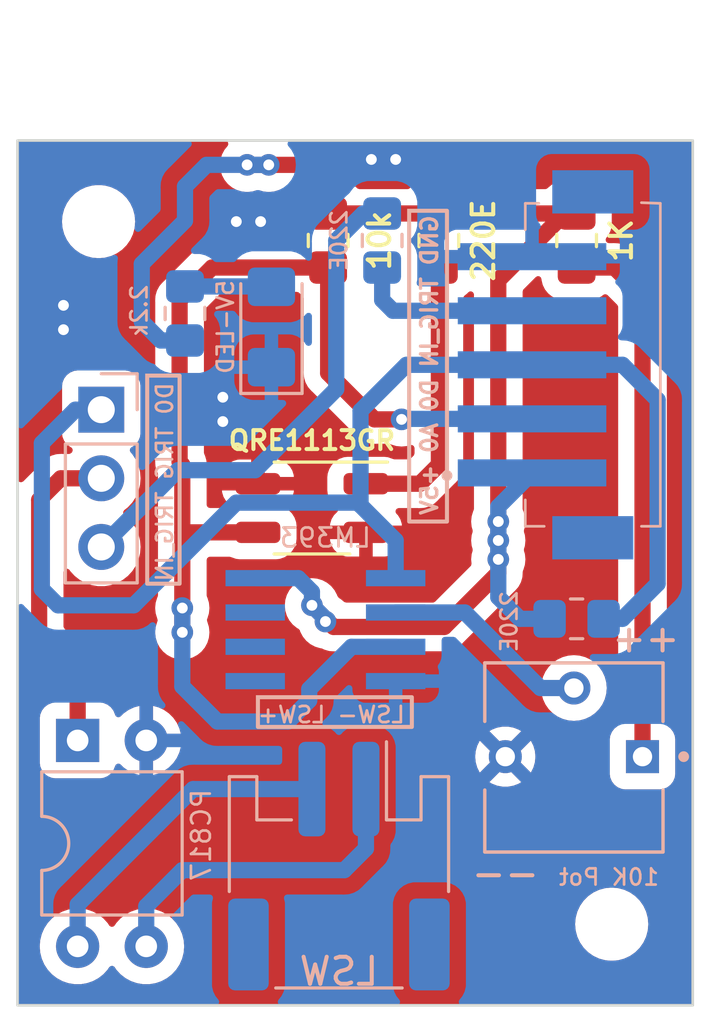
<source format=kicad_pcb>
(kicad_pcb (version 20221018) (generator pcbnew)
  (layers (0 "F.Cu" signal) (31 "B.Cu" signal) (34 "B.Paste" user) (35 "F.Paste" user) (36 "B.SilkS" user "B.Silkscreen") (37 "F.SilkS" user "F.Silkscreen") (38 "B.Mask" user) (39 "F.Mask" user) (44 "Edge.Cuts" user))
  (net 0 "")
  (net 1 "GND")
  (net 2 "Net-(D1-A)")
  (net 3 "+5V")
  (net 4 "A0")
  (net 5 "D0")
  (net 6 "TRIG_IN")
  (net 7 "TRIG")
  (net 8 "Net-(J1-Pin_4)")
  (net 9 "LSW-")
  (net 10 "Net-(U1-A)")
  (net 11 "Net-(RMOS4-Pad1)")
  (net 12 "Net-(U3A--)")
  (net 16 "LSW+")
  (footprint "Resistor_SMD:R_0805_2012Metric_Pad1.20x1.40mm_HandSolder" (layer "F.Cu") (at 128.95 76.3 90)
    (fp_text reference "RMOS3" hide)
    (fp_text value "10k" (at 0 1.9 90) (layer "F.SilkS") (effects (font (size 0.8 0.8))))
    (fp_line (start -0.227064 -0.735) (end 0.227064 -0.735) (stroke (width 0.12)) (layer "F.SilkS"))
    (fp_line (start -0.227064 0.735) (end 0.227064 0.735) (stroke (width 0.12)) (layer "F.SilkS"))
    (pad "1" smd roundrect (at -1 0 90) (size 1.2 1.4) (layers "F.Cu" "F.Paste" "F.Mask") (roundrect_rratio 0.2083333333) (net 4 "A0"))
    (pad "2" smd roundrect (at 1 0 90) (size 1.2 1.4) (layers "F.Cu" "F.Paste" "F.Mask") (roundrect_rratio 0.2083333333) (net 3 "+5V"))
  )
  (footprint "MountingHole:MountingHole_2.2mm_M2" (layer "F.Cu") (at 139.45 101.6)
    (fp_text reference "H1" hide)
    (fp_text value "MountingHole" hide)
    (pad "" np_thru_hole circle (at 0 0) (size 2.2 2.2) (drill 2.2) (layers "*.Cu" "*.Mask"))
  )
  (footprint "Resistor_SMD:R_0805_2012Metric_Pad1.20x1.40mm_HandSolder" (layer "F.Cu") (at 133.05 76.3 90)
    (fp_text reference "RMOS2" hide)
    (fp_text value "220E" (at 0 1.65 90) (layer "F.SilkS") (effects (font (size 0.8 0.8))))
    (fp_line (start -0.227064 -0.735) (end 0.227064 -0.735) (stroke (width 0.12)) (layer "F.SilkS"))
    (fp_line (start -0.227064 0.735) (end 0.227064 0.735) (stroke (width 0.12)) (layer "F.SilkS"))
    (pad "1" smd roundrect (at -1 0 90) (size 1.2 1.4) (layers "F.Cu" "F.Paste" "F.Mask") (roundrect_rratio 0.2083333333) (net 10 "Net-(U1-A)"))
    (pad "2" smd roundrect (at 1 0 90) (size 1.2 1.4) (layers "F.Cu" "F.Paste" "F.Mask") (roundrect_rratio 0.2083333333) (net 3 "+5V"))
  )
  (footprint "OptoDevice:OnSemi_CASE100CY" (layer "F.Cu") (at 128.35 86.2 -90)
    (fp_text reference "U1" hide)
    (fp_text value "QRE1113GR" (at -2.5 0 180) (layer "F.SilkS") (effects (font (size 0.7 0.7) (thickness 0.15) bold)))
    (fp_line (start -1.7 1.4) (end -1.7 -2.8) (stroke (width 0.12)) (layer "F.SilkS"))
    (fp_line (start 1.7 1.4) (end 1.7 -1.4) (stroke (width 0.12)) (layer "F.SilkS"))
    (pad "1" smd roundrect (at -0.9 -2 270) (size 0.79 1.66) (layers "F.Cu" "F.Paste" "F.Mask") (net 10 "Net-(U1-A)"))
    (pad "2" smd roundrect (at -0.9 2 270) (size 0.79 1.66) (layers "F.Cu" "F.Paste" "F.Mask") (net 1 "GND"))
    (pad "3" smd roundrect (at 0.9 2 270) (size 0.79 1.66) (layers "F.Cu" "F.Paste" "F.Mask") (net 4 "A0"))
    (pad "4" smd roundrect (at 0.9 -2 270) (size 0.79 1.66) (layers "F.Cu" "F.Paste" "F.Mask") (net 1 "GND"))
  )
  (footprint "MountingHole:MountingHole_2.2mm_M2" (layer "F.Cu") (at 120.45 75.6)
    (fp_text reference "H2" hide)
    (fp_text value "MountingHole" hide)
    (pad "" np_thru_hole circle (at 0 0) (size 2.2 2.2) (drill 2.2) (layers "*.Cu" "*.Mask"))
  )
  (footprint "Resistor_SMD:R_0805_2012Metric_Pad1.20x1.40mm_HandSolder" (layer "F.Cu") (at 138.15 76.3 90)
    (fp_text reference "RMOS4" hide)
    (fp_text value "1K" (at 0 1.65 90) (layer "F.SilkS") (effects (font (size 0.8 0.8))))
    (fp_line (start -0.227064 -0.735) (end 0.227064 -0.735) (stroke (width 0.12)) (layer "F.SilkS"))
    (fp_line (start -0.227064 0.735) (end 0.227064 0.735) (stroke (width 0.12)) (layer "F.SilkS"))
    (pad "1" smd roundrect (at -1 0 90) (size 1.2 1.4) (layers "F.Cu" "F.Paste" "F.Mask") (roundrect_rratio 0.2083333333) (net 11 "Net-(RMOS4-Pad1)"))
    (pad "2" smd roundrect (at 1 0 90) (size 1.2 1.4) (layers "F.Cu" "F.Paste" "F.Mask") (roundrect_rratio 0.2083333333) (net 3 "+5V"))
  )
  (footprint "Resistor_SMD:R_0805_2012Metric_Pad1.20x1.40mm_HandSolder" (layer "B.Cu") (at 123.65 79 -90)
    (fp_text reference "R1" hide)
    (fp_text value "2.2k" (at -0.1 1.7 90) (layer "B.SilkS") (effects (font (size 0.6 0.6) (thickness 0.1) bold) (justify mirror)))
    (fp_line (start -0.227064 -0.735) (end 0.227064 -0.735) (stroke (width 0.12)) (layer "B.SilkS"))
    (fp_line (start -0.227064 0.735) (end 0.227064 0.735) (stroke (width 0.12)) (layer "B.SilkS"))
    (pad "1" smd roundrect (at -1 0 270) (size 1.2 1.4) (layers "B.Cu" "B.Paste" "B.Mask") (roundrect_rratio 0.2083333333) (net 2 "Net-(D1-A)"))
    (pad "2" smd roundrect (at 1 0 270) (size 1.2 1.4) (layers "B.Cu" "B.Paste" "B.Mask") (roundrect_rratio 0.2083333333) (net 3 "+5V"))
  )
  (footprint "Connector_JST:JST_PH_S2B-PH-SM4-TB_1x02-1MP_P2.00mm_Horizontal" (layer "B.Cu") (at 129.35 99.45 180)
    (fp_text reference "J3" hide)
    (fp_text value "LSW" (at 0 -3.9) (layer "B.SilkS") (effects (justify mirror)))
    (fp_line (start -4.06 -0.94) (end -4.06 3.31) (stroke (width 0.12)) (layer "B.SilkS"))
    (fp_line (start -4.06 3.31) (end -3.04 3.31) (stroke (width 0.12)) (layer "B.SilkS"))
    (fp_line (start -3.04 1.71) (end -1.76 1.71) (stroke (width 0.12)) (layer "B.SilkS"))
    (fp_line (start -3.04 3.31) (end -3.04 1.71) (stroke (width 0.12)) (layer "B.SilkS"))
    (fp_line (start -2.34 -4.51) (end 2.34 -4.51) (stroke (width 0.12)) (layer "B.SilkS"))
    (fp_line (start -1.76 1.71) (end -1.76 4.6) (stroke (width 0.12)) (layer "B.SilkS"))
    (fp_line (start 3.04 1.71) (end 1.76 1.71) (stroke (width 0.12)) (layer "B.SilkS"))
    (fp_line (start 3.04 3.31) (end 3.04 1.71) (stroke (width 0.12)) (layer "B.SilkS"))
    (fp_line (start 4.06 -0.94) (end 4.06 3.31) (stroke (width 0.12)) (layer "B.SilkS"))
    (fp_line (start 4.06 3.31) (end 3.04 3.31) (stroke (width 0.12)) (layer "B.SilkS"))
    (pad "1" smd roundrect (at -1 2.85 180) (size 1 3.5) (layers "B.Cu" "B.Paste" "B.Mask") (net 9 "LSW-"))
    (pad "2" smd roundrect (at 1 2.85 180) (size 1 3.5) (layers "B.Cu" "B.Paste" "B.Mask") (net 16 "LSW+"))
    (pad "MP" smd roundrect (at -3.35 -2.9 180) (size 1.5 3.4) (layers "B.Cu" "B.Paste" "B.Mask") (roundrect_rratio 0.1666673333))
    (pad "MP" smd roundrect (at 3.35 -2.9 180) (size 1.5 3.4) (layers "B.Cu" "B.Paste" "B.Mask") (roundrect_rratio 0.1666673333))
  )
  (footprint "LM393:SO08" (layer "B.Cu") (at 128.85 90.7 -90)
    (fp_text reference "U3" hide)
    (fp_text value "LM393" (at -3.4 0 180) (layer "B.SilkS") (effects (font (size 0.7 0.7) (thickness 0.1)) (justify mirror)))
    (pad "1" smd rect (at -1.905 -2.6 270) (size 0.6 2.2) (layers "B.Cu" "B.Paste" "B.Mask") (net 5 "D0"))
    (pad "2" smd rect (at -0.635 -2.6 270) (size 0.6 2.2) (layers "B.Cu" "B.Paste" "B.Mask") (net 12 "Net-(U3A--)"))
    (pad "3" smd rect (at 0.635 -2.6 270) (size 0.6 2.2) (layers "B.Cu" "B.Paste" "B.Mask") (net 4 "A0"))
    (pad "4" smd rect (at 1.905 -2.6 270) (size 0.6 2.2) (layers "B.Cu" "B.Paste" "B.Mask") (net 1 "GND"))
    (pad "5" smd rect (at 1.905 2.6 270) (size 0.6 2.2) (layers "B.Cu" "B.Paste" "B.Mask"))
    (pad "6" smd rect (at 0.635 2.6 270) (size 0.6 2.2) (layers "B.Cu" "B.Paste" "B.Mask"))
    (pad "7" smd rect (at -0.635 2.6 270) (size 0.6 2.2) (layers "B.Cu" "B.Paste" "B.Mask"))
    (pad "8" smd rect (at -1.905 2.6 270) (size 0.6 2.2) (layers "B.Cu" "B.Paste" "B.Mask") (net 3 "+5V"))
  )
  (footprint "LED_SMD:LED_1206_3216Metric_Pad1.42x1.75mm_HandSolder" (layer "B.Cu") (at 126.85 79.5 90)
    (fp_text reference "D1" hide)
    (fp_text value "5V-LED" (at 0 -1.7 90) (layer "B.SilkS") (effects (font (size 0.6 0.6) (thickness 0.1) bold) (justify mirror)))
    (fp_line (start -2.46 -1.135) (end 1.6 -1.135) (stroke (width 0.12)) (layer "B.SilkS"))
    (fp_line (start -2.46 1.135) (end -2.46 -1.135) (stroke (width 0.12)) (layer "B.SilkS"))
    (fp_line (start 1.6 1.135) (end -2.46 1.135) (stroke (width 0.12)) (layer "B.SilkS"))
    (pad "1" smd roundrect (at -1.4875 0 90) (size 1.425 1.75) (layers "B.Cu" "B.Paste" "B.Mask") (roundrect_rratio 0.1754392982) (net 1 "GND"))
    (pad "2" smd roundrect (at 1.4875 0 90) (size 1.425 1.75) (layers "B.Cu" "B.Paste" "B.Mask") (roundrect_rratio 0.1754392982) (net 2 "Net-(D1-A)"))
  )
  (footprint "Connector_PinHeader_2.54mm:PinHeader_1x03_P2.54mm_Vertical" (layer "B.Cu") (at 120.55 82.56 180)
    (fp_text reference "J2" hide)
    (fp_text value "Jumper" hide)
    (fp_line (start -1.33 -6.41) (end 1.33 -6.41) (stroke (width 0.12)) (layer "B.SilkS"))
    (fp_line (start -1.33 -1.27) (end -1.33 -6.41) (stroke (width 0.12)) (layer "B.SilkS"))
    (fp_line (start -1.33 -1.27) (end 1.33 -1.27) (stroke (width 0.12)) (layer "B.SilkS"))
    (fp_line (start -1.33 0) (end -1.33 1.33) (stroke (width 0.12)) (layer "B.SilkS"))
    (fp_line (start -1.33 1.33) (end 0 1.33) (stroke (width 0.12)) (layer "B.SilkS"))
    (fp_line (start 1.33 -1.27) (end 1.33 -6.41) (stroke (width 0.12)) (layer "B.SilkS"))
    (pad "1" thru_hole rect (at 0 0 180) (size 1.7 1.7) (drill 1) (layers "*.Cu" "*.Mask") (net 5 "D0"))
    (pad "2" thru_hole oval (at 0 -2.54 180) (size 1.7 1.7) (drill 1) (layers "*.Cu" "*.Mask") (net 7 "TRIG"))
    (pad "3" thru_hole oval (at 0 -5.08 180) (size 1.7 1.7) (drill 1) (layers "*.Cu" "*.Mask") (net 6 "TRIG_IN"))
  )
  (footprint "10K TrimPot:TRIM_3362P-1-151" (layer "B.Cu") (at 138.05 95.4 180)
    (fp_text reference "RV1" hide)
    (fp_text value "10K Pot" (at -1.3 -4.46) (layer "B.SilkS") (effects (font (size 0.6 0.6) (thickness 0.1) bold) (justify mirror)))
    (fp_line (start -3.3 -3.52) (end -3.3 -1.235) (stroke (width 0.127)) (layer "B.SilkS"))
    (fp_line (start -3.3 1.305) (end -3.3 3.47) (stroke (width 0.127)) (layer "B.SilkS"))
    (fp_line (start -3.3 3.47) (end 3.3 3.47) (stroke (width 0.127)) (layer "B.SilkS"))
    (fp_line (start 3.3 -3.53) (end -3.3 -3.53) (stroke (width 0.127)) (layer "B.SilkS"))
    (fp_line (start 3.3 -1.235) (end 3.3 -3.52) (stroke (width 0.127)) (layer "B.SilkS"))
    (fp_line (start 3.3 3.47) (end 3.3 1.305) (stroke (width 0.127)) (layer "B.SilkS"))
    (fp_circle (center -4.064 0) (end -3.964 0) (stroke (width 0.2)) (fill none) (layer "B.SilkS"))
    (pad "1" thru_hole rect (at -2.54 0 180) (size 1.222 1.222) (drill 0.714) (layers "*.Cu" "*.Mask") (net 11 "Net-(RMOS4-Pad1)"))
    (pad "2" thru_hole circle (at 0 2.54 180) (size 1.222 1.222) (drill 0.714) (layers "*.Cu" "*.Mask") (net 12 "Net-(U3A--)"))
    (pad "3" thru_hole circle (at 2.54 0 180) (size 1.222 1.222) (drill 0.714) (layers "*.Cu" "*.Mask") (net 1 "GND"))
  )
  (footprint "Resistor_SMD:R_0805_2012Metric_Pad1.20x1.40mm_HandSolder" (layer "B.Cu") (at 138.15 90.3 180)
    (fp_text reference "RMOS5" hide)
    (fp_text value "220E" (at 2.5 -0.1 90) (layer "B.SilkS") (effects (font (size 0.6 0.6) (thickness 0.1) bold) (justify mirror)))
    (fp_line (start -0.227064 -0.735) (end 0.227064 -0.735) (stroke (width 0.12)) (layer "B.SilkS"))
    (fp_line (start -0.227064 0.735) (end 0.227064 0.735) (stroke (width 0.12)) (layer "B.SilkS"))
    (pad "1" smd roundrect (at -1 0 180) (size 1.2 1.4) (layers "B.Cu" "B.Paste" "B.Mask") (roundrect_rratio 0.2083333333) (net 5 "D0"))
    (pad "2" smd roundrect (at 1 0 180) (size 1.2 1.4) (layers "B.Cu" "B.Paste" "B.Mask") (roundrect_rratio 0.2083333333) (net 3 "+5V"))
  )
  (footprint "JST 5 Pin SMD:B5BPHSM4TBTLFSN" (layer "B.Cu") (at 138.75 80.9 90)
    (fp_text reference "J1" hide)
    (fp_text value "Connector" hide)
    (fp_line (start -5.975 -2.5) (end -5 -2.5) (stroke (width 0.1)) (layer "B.SilkS"))
    (fp_line (start -5.975 -1.8) (end -5.975 -2.5) (stroke (width 0.1)) (layer "B.SilkS"))
    (fp_line (start -5.975 1.8) (end -5.975 2.5) (stroke (width 0.1)) (layer "B.SilkS"))
    (fp_line (start -5.975 2.5) (end 5.975 2.5) (stroke (width 0.1)) (layer "B.SilkS"))
    (fp_line (start -4.2 -5.4) (end -4.2 -5.4) (stroke (width 0.2)) (layer "B.SilkS"))
    (fp_line (start -4 -5.4) (end -4 -5.4) (stroke (width 0.2)) (layer "B.SilkS"))
    (fp_line (start 5 -2.5) (end 5.975 -2.5) (stroke (width 0.1)) (layer "B.SilkS"))
    (fp_line (start 5.975 -2.5) (end 5.975 -2) (stroke (width 0.1)) (layer "B.SilkS"))
    (fp_line (start 5.975 2.5) (end 6 1.8) (stroke (width 0.1)) (layer "B.SilkS"))
    (fp_arc (start -4.2 -5.4) (mid -4.1 -5.5) (end -4 -5.4) (stroke (width 0.2)) (layer "B.SilkS"))
    (fp_arc (start -4 -5.4) (mid -4.1 -5.3) (end -4.2 -5.4) (stroke (width 0.2)) (layer "B.SilkS"))
    (pad "1" smd rect (at -4 -2.25 90) (size 1 5.5) (layers "B.Cu" "B.Paste" "B.Mask") (net 3 "+5V"))
    (pad "2" smd rect (at -2 -2.25 90) (size 1 5.5) (layers "B.Cu" "B.Paste" "B.Mask") (net 4 "A0"))
    (pad "3" smd rect (at 0 -2.25 90) (size 1 5.5) (layers "B.Cu" "B.Paste" "B.Mask") (net 5 "D0"))
    (pad "4" smd rect (at 2 -2.25 90) (size 1 5.5) (layers "B.Cu" "B.Paste" "B.Mask") (net 8 "Net-(J1-Pin_4)"))
    (pad "5" smd rect (at 4 -2.25 90) (size 1 5.5) (layers "B.Cu" "B.Paste" "B.Mask") (net 1 "GND"))
    (pad "MP1" smd rect (at -6.4 0 90) (size 1.6 3) (layers "B.Cu" "B.Paste" "B.Mask"))
    (pad "MP2" smd rect (at 6.4 0 90) (size 1.6 3) (layers "B.Cu" "B.Paste" "B.Mask"))
  )
  (footprint "Package_DIP:DIP-4_W7.62mm" (layer "B.Cu") (at 119.675 94.8 -90)
    (fp_text reference "U2" hide)
    (fp_text value "PC817" (at 3.5 -4.575 -90) (layer "B.SilkS") (effects (font (size 0.7 0.7) (thickness 0.1) bold) (justify mirror)))
    (fp_line (start 1.16 -3.87) (end 6.46 -3.87) (stroke (width 0.12)) (layer "B.SilkS"))
    (fp_line (start 1.16 1.33) (end 1.16 -3.87) (stroke (width 0.12)) (layer "B.SilkS"))
    (fp_line (start 2.81 1.33) (end 1.16 1.33) (stroke (width 0.12)) (layer "B.SilkS"))
    (fp_line (start 6.46 -3.87) (end 6.46 1.33) (stroke (width 0.12)) (layer "B.SilkS"))
    (fp_line (start 6.46 1.33) (end 4.81 1.33) (stroke (width 0.12)) (layer "B.SilkS"))
    (fp_arc (start 2.81 1.33) (mid 3.81 0.33) (end 4.81 1.33) (stroke (width 0.12)) (layer "B.SilkS"))
    (pad "1" thru_hole rect (at 0 0 270) (size 1.6 1.6) (drill 0.8) (layers "*.Cu" "*.Mask") (net 7 "TRIG"))
    (pad "2" thru_hole oval (at 0 -2.54 270) (size 1.6 1.6) (drill 0.8) (layers "*.Cu" "*.Mask") (net 1 "GND"))
    (pad "3" thru_hole oval (at 7.62 -2.54 270) (size 1.6 1.6) (drill 0.8) (layers "*.Cu" "*.Mask") (net 9 "LSW-"))
    (pad "4" thru_hole oval (at 7.62 0 270) (size 1.6 1.6) (drill 0.8) (layers "*.Cu" "*.Mask") (net 16 "LSW+"))
  )
  (footprint "Resistor_SMD:R_0805_2012Metric_Pad1.20x1.40mm_HandSolder" (layer "B.Cu") (at 130.95 76.3 -90)
    (fp_text reference "RMOS1" hide)
    (fp_text value "220E" (at 0 1.6 90) (layer "B.SilkS") (effects (font (size 0.6 0.6) (thickness 0.1) bold) (justify mirror)))
    (fp_line (start -0.227064 -0.735) (end 0.227064 -0.735) (stroke (width 0.12)) (layer "B.SilkS"))
    (fp_line (start -0.227064 0.735) (end 0.227064 0.735) (stroke (width 0.12)) (layer "B.SilkS"))
    (pad "1" smd roundrect (at -1 0 270) (size 1.2 1.4) (layers "B.Cu" "B.Paste" "B.Mask") (roundrect_rratio 0.2083333333) (net 6 "TRIG_IN"))
    (pad "2" smd roundrect (at 1 0 270) (size 1.2 1.4) (layers "B.Cu" "B.Paste" "B.Mask") (roundrect_rratio 0.2083333333) (net 8 "Net-(J1-Pin_4)"))
  )
  (gr_rect (start 122.25 81.3) (end 123.45 89) (stroke (width 0.15)) (fill none) (layer "B.SilkS"))
  (gr_rect (start 126.35 93.2) (end 132.05 94.3) (stroke (width 0.15)) (fill none) (layer "B.SilkS"))
  (gr_rect (start 131.95 75.2) (end 133.35 86.7) (stroke (width 0.15)) (fill none) (layer "B.SilkS"))
  (gr_rect (start 117.45 72.6) (end 142.45 104.6) (stroke (width 0.1)) (fill none) (layer "Edge.Cuts"))
  (gr_text "GND TRIG_IN D0 A0 +5V" (at 133.05 75.3 90) (layer "B.SilkS") (effects (font (size 0.6 0.6) (thickness 0.125) bold) (justify left bottom mirror)))
  (gr_text "D0 TRIG TRIG_IN" (at 123.25 81.5 90) (layer "B.SilkS") (effects (font (size 0.6 0.6) (thickness 0.1) bold) (justify left bottom mirror)))
  (gr_text "++" (at 142.05 91.6) (layer "B.SilkS") (effects (font (size 1 1)) (justify left bottom mirror)))
  (gr_text "LSW- LSW+" (at 131.85 94.2) (layer "B.SilkS") (effects (font (size 0.6 0.6) (thickness 0.1) bold) (justify left bottom mirror)))
  (gr_text "--" (at 136.85 100.3) (layer "B.SilkS") (effects (font (size 1 1)) (justify left bottom mirror)))
  (via (at 125.05 83) (size 0.8) (drill 0.4) (layers "F.Cu" "B.Cu") (net 1))
  (via (at 125.55 75.6) (size 0.8) (drill 0.4) (layers "F.Cu" "B.Cu") (net 1))
  (via (at 125.05 82.1) (size 0.8) (drill 0.4) (layers "F.Cu" "B.Cu") (net 1))
  (via (at 131.45 73.3) (size 0.8) (drill 0.4) (layers "F.Cu" "B.Cu") (net 1))
  (via (at 119.15 78.7) (size 0.8) (drill 0.4) (layers "F.Cu" "B.Cu") (net 1))
  (via (at 130.55 73.3) (size 0.8) (drill 0.4) (layers "F.Cu" "B.Cu") (net 1))
  (via (at 119.15 79.6) (size 0.8) (drill 0.4) (layers "F.Cu" "B.Cu") (net 1))
  (via (at 126.45 75.6) (size 0.8) (drill 0.4) (layers "F.Cu" "B.Cu") (net 1))
  (segment (start 123.65 78) (end 126.8375 78) (width 0.6) (layer "B.Cu") (net 2))
  (segment (start 126.8375 78) (end 126.85 78.0125) (width 0.6) (layer "B.Cu") (net 2))
  (segment (start 138.15 75.3) (end 137.716726 75.3) (width 0.6) (layer "F.Cu") (net 3))
  (segment (start 133.25 90.6) (end 135.25 88.6) (width 0.6) (layer "F.Cu") (net 3))
  (segment (start 128.950002 90.4) (end 129.150002 90.6) (width 0.6) (layer "F.Cu") (net 3))
  (segment (start 137.716726 75.3) (end 135.25 77.766726) (width 0.6) (layer "F.Cu") (net 3))
  (segment (start 125.95 73.5) (end 128.05 73.5) (width 0.6) (layer "F.Cu") (net 3))
  (segment (start 128.350002 89.8) (end 128.85 90.299998) (width 0.6) (layer "F.Cu") (net 3))
  (segment (start 133.05 75.3) (end 138.15 75.3) (width 0.6) (layer "F.Cu") (net 3))
  (segment (start 128.95 74.4) (end 128.95 75.3) (width 0.6) (layer "F.Cu") (net 3))
  (segment (start 135.25 88.6) (end 135.25 86.7) (width 0.6) (layer "F.Cu") (net 3))
  (segment (start 128.85 90.4) (end 128.950002 90.4) (width 0.6) (layer "F.Cu") (net 3))
  (segment (start 128.95 75.3) (end 133.05 75.3) (width 0.6) (layer "F.Cu") (net 3))
  (segment (start 135.25 86.7) (end 135.25 88.1) (width 0.6) (layer "F.Cu") (net 3))
  (segment (start 135.25 77.766726) (end 135.25 87.7) (width 0.6) (layer "F.Cu") (net 3))
  (segment (start 128.85 90.299998) (end 128.85 90.4) (width 0.6) (layer "F.Cu") (net 3))
  (segment (start 128.05 73.5) (end 128.95 74.4) (width 0.6) (layer "F.Cu") (net 3))
  (segment (start 129.150002 90.6) (end 133.25 90.6) (width 0.6) (layer "F.Cu") (net 3))
  (via (at 128.85 90.4) (size 0.8) (drill 0.4) (layers "F.Cu" "B.Cu") (net 3))
  (via (at 135.25 87.4) (size 0.8) (drill 0.4) (layers "F.Cu" "B.Cu") (net 3))
  (via (at 135.25 88.1) (size 0.8) (drill 0.4) (layers "F.Cu" "B.Cu") (net 3))
  (via (at 125.95 73.5) (size 0.8) (drill 0.4) (layers "F.Cu" "B.Cu") (net 3))
  (via (at 135.25 86.7) (size 0.8) (drill 0.4) (layers "F.Cu" "B.Cu") (net 3))
  (via (at 128.350002 89.8) (size 0.8) (drill 0.4) (layers "F.Cu" "B.Cu") (net 3))
  (via (at 126.75 73.5) (size 0.8) (drill 0.4) (layers "F.Cu" "B.Cu") (net 3))
  (segment (start 136.5 84.9) (end 135.25 86.15) (width 0.6) (layer "B.Cu") (net 3))
  (segment (start 126.75 73.5) (end 124.45 73.5) (width 0.6) (layer "B.Cu") (net 3))
  (segment (start 122.05 77.166726) (end 122.05 79.3) (width 0.6) (layer "B.Cu") (net 3))
  (segment (start 122.05 79.3) (end 122.75 80) (width 0.6) (layer "B.Cu") (net 3))
  (segment (start 135.25 89.5) (end 136.05 90.3) (width 0.6) (layer "B.Cu") (net 3))
  (segment (start 136.05 90.3) (end 137.15 90.3) (width 0.6) (layer "B.Cu") (net 3))
  (segment (start 135.25 86.7) (end 135.25 87.4) (width 0.6) (layer "B.Cu") (net 3))
  (segment (start 123.65 74.3) (end 123.65 75.566726) (width 0.6) (layer "B.Cu") (net 3))
  (segment (start 128.350002 89.300002) (end 127.845 88.795) (width 0.6) (layer "B.Cu") (net 3))
  (segment (start 122.75 80) (end 123.65 80) (width 0.6) (layer "B.Cu") (net 3))
  (segment (start 128.350002 89.8) (end 128.350002 89.300002) (width 0.6) (layer "B.Cu") (net 3))
  (segment (start 135.25 86.15) (end 135.25 86.7) (width 0.6) (layer "B.Cu") (net 3))
  (segment (start 135.25 86.7) (end 135.25 89.5) (width 0.6) (layer "B.Cu") (net 3))
  (segment (start 135.25 87.4) (end 135.25 88.1) (width 0.6) (layer "B.Cu") (net 3))
  (segment (start 126.75 73.5) (end 125.95 73.5) (width 0.6) (layer "B.Cu") (net 3))
  (segment (start 123.65 75.566726) (end 122.05 77.166726) (width 0.6) (layer "B.Cu") (net 3))
  (segment (start 128.900001 90.349999) (end 128.350002 89.8) (width 0.6) (layer "B.Cu") (net 3))
  (segment (start 124.45 73.5) (end 123.65 74.3) (width 0.6) (layer "B.Cu") (net 3))
  (segment (start 127.845 88.795) (end 126.25 88.795) (width 0.6) (layer "B.Cu") (net 3))
  (segment (start 123.55 89.9) (end 123.55 87.1) (width 0.6) (layer "F.Cu") (net 4))
  (segment (start 123.55 87.1) (end 123.55 84.6) (width 0.6) (layer "F.Cu") (net 4))
  (segment (start 128.95 81.205) (end 128.95 77.3) (width 0.6) (layer "F.Cu") (net 4))
  (segment (start 123.55 84.6) (end 123.45 84.5) (width 0.6) (layer "F.Cu") (net 4))
  (segment (start 123.45 84.5) (end 123.45 78.5) (width 0.6) (layer "F.Cu") (net 4))
  (segment (start 124.65 77.3) (end 128.95 77.3) (width 0.6) (layer "F.Cu") (net 4))
  (segment (start 123.45 78.5) (end 124.65 77.3) (width 0.6) (layer "F.Cu") (net 4))
  (segment (start 123.55 89.9) (end 123.55 90.8) (width 0.6) (layer "F.Cu") (net 4))
  (segment (start 131.669239 82.919239) (end 130.664239 82.919239) (width 0.6) (layer "F.Cu") (net 4))
  (segment (start 130.664239 82.919239) (end 128.95 81.205) (width 0.6) (layer "F.Cu") (net 4))
  (segment (start 126.35 87.1) (end 123.55 87.1) (width 0.6) (layer "F.Cu") (net 4))
  (via (at 123.55 90.8) (size 0.8) (drill 0.4) (layers "F.Cu" "B.Cu") (net 4))
  (via (at 123.55 89.9) (size 0.8) (drill 0.4) (layers "F.Cu" "B.Cu") (net 4))
  (via (at 131.669239 82.919239) (size 0.8) (drill 0.4) (layers "F.Cu" "B.Cu") (net 4))
  (segment (start 128.25 92.9) (end 128.25 93.316726) (width 0.6) (layer "B.Cu") (net 4))
  (segment (start 128.25 93.316726) (end 127.466726 94.1) (width 0.6) (layer "B.Cu") (net 4))
  (segment (start 131.688478 82.9) (end 136.5 82.9) (width 0.6) (layer "B.Cu") (net 4))
  (segment (start 127.466726 94.1) (end 124.85 94.1) (width 0.6) (layer "B.Cu") (net 4))
  (segment (start 131.45 91.335) (end 129.815 91.335) (width 0.6) (layer "B.Cu") (net 4))
  (segment (start 124.85 94.1) (end 123.55 92.8) (width 0.6) (layer "B.Cu") (net 4))
  (segment (start 123.55 89.9) (end 123.55 92.8) (width 0.6) (layer "B.Cu") (net 4))
  (segment (start 129.815 91.335) (end 128.25 92.9) (width 0.6) (layer "B.Cu") (net 4))
  (segment (start 131.669239 82.919239) (end 131.688478 82.9) (width 0.6) (layer "B.Cu") (net 4))
  (segment (start 125.55 86) (end 130.05 86) (width 0.6) (layer "B.Cu") (net 5))
  (segment (start 119.59 82.56) (end 118.35 83.8) (width 0.6) (layer "B.Cu") (net 5))
  (segment (start 139.85 80.9) (end 141.15 82.2) (width 0.6) (layer "B.Cu") (net 5))
  (segment (start 118.35 83.8) (end 118.35 89.2) (width 0.6) (layer "B.Cu") (net 5))
  (segment (start 130.15 82.6) (end 130.15 86.1) (width 0.6) (layer "B.Cu") (net 5))
  (segment (start 121.75 89.8) (end 125.55 86) (width 0.6) (layer "B.Cu") (net 5))
  (segment (start 118.35 89.2) (end 118.95 89.8) (width 0.6) (layer "B.Cu") (net 5))
  (segment (start 136.5 80.9) (end 139.85 80.9) (width 0.6) (layer "B.Cu") (net 5))
  (segment (start 130.15 86.1) (end 131.45 87.4) (width 0.6) (layer "B.Cu") (net 5))
  (segment (start 139.85 90.3) (end 139.15 90.3) (width 0.6) (layer "B.Cu") (net 5))
  (segment (start 141.15 89) (end 139.85 90.3) (width 0.6) (layer "B.Cu") (net 5))
  (segment (start 131.85 80.9) (end 130.15 82.6) (width 0.6) (layer "B.Cu") (net 5))
  (segment (start 131.45 87.4) (end 131.45 88.795) (width 0.6) (layer "B.Cu") (net 5))
  (segment (start 136.5 80.9) (end 131.85 80.9) (width 0.6) (layer "B.Cu") (net 5))
  (segment (start 141.15 82.2) (end 141.15 89) (width 0.6) (layer "B.Cu") (net 5))
  (segment (start 130.05 86) (end 130.15 86.1) (width 0.6) (layer "B.Cu") (net 5))
  (segment (start 118.95 89.8) (end 121.75 89.8) (width 0.6) (layer "B.Cu") (net 5))
  (segment (start 120.55 82.56) (end 119.59 82.56) (width 0.6) (layer "B.Cu") (net 5))
  (segment (start 130.95 75.3) (end 130.25 75.3) (width 0.6) (layer "B.Cu") (net 6))
  (segment (start 126.25 84.8) (end 123.39 84.8) (width 0.6) (layer "B.Cu") (net 6))
  (segment (start 130.25 75.3) (end 129.25 76.3) (width 0.6) (layer "B.Cu") (net 6))
  (segment (start 129.25 76.3) (end 129.25 81.8) (width 0.6) (layer "B.Cu") (net 6))
  (segment (start 129.25 81.8) (end 126.25 84.8) (width 0.6) (layer "B.Cu") (net 6))
  (segment (start 123.39 84.8) (end 120.55 87.64) (width 0.6) (layer "B.Cu") (net 6))
  (segment (start 118.25 91) (end 119.675 92.425) (width 0.6) (layer "F.Cu") (net 7))
  (segment (start 119.675 92.425) (end 119.675 94.8) (width 0.6) (layer "F.Cu") (net 7))
  (segment (start 118.25 85.9) (end 118.25 91) (width 0.6) (layer "F.Cu") (net 7))
  (segment (start 120.55 85.1) (end 119.05 85.1) (width 0.6) (layer "F.Cu") (net 7))
  (segment (start 119.05 85.1) (end 118.25 85.9) (width 0.6) (layer "F.Cu") (net 7))
  (segment (start 131.35 78.9) (end 136.5 78.9) (width 0.6) (layer "B.Cu") (net 8))
  (segment (start 130.95 78.5) (end 131.35 78.9) (width 0.6) (layer "B.Cu") (net 8))
  (segment (start 130.95 77.3) (end 130.95 78.5) (width 0.6) (layer "B.Cu") (net 8))
  (segment (start 129.55 99.6) (end 130.35 98.8) (width 0.6) (layer "B.Cu") (net 9))
  (segment (start 122.215 102.42) (end 122.215 100.935) (width 0.6) (layer "B.Cu") (net 9))
  (segment (start 123.55 99.6) (end 129.55 99.6) (width 0.6) (layer "B.Cu") (net 9))
  (segment (start 130.35 98.8) (end 130.35 96.6) (width 0.6) (layer "B.Cu") (net 9))
  (segment (start 122.215 100.935) (end 123.55 99.6) (width 0.6) (layer "B.Cu") (net 9))
  (segment (start 133.05 84.6) (end 133.05 77.3) (width 0.6) (layer "F.Cu") (net 10))
  (segment (start 132.35 85.3) (end 133.05 84.6) (width 0.6) (layer "F.Cu") (net 10))
  (segment (start 130.35 85.3) (end 132.35 85.3) (width 0.6) (layer "F.Cu") (net 10))
  (segment (start 140.59 95.04) (end 140.89 95.34) (width 0.6) (layer "F.Cu") (net 11))
  (segment (start 139.55 77.3) (end 140.59 78.34) (width 0.6) (layer "F.Cu") (net 11))
  (segment (start 140.59 78.34) (end 140.59 95.04) (width 0.6) (layer "F.Cu") (net 11))
  (segment (start 138.15 77.3) (end 139.55 77.3) (width 0.6) (layer "F.Cu") (net 11))
  (segment (start 138.05 92.86) (end 136.81 92.86) (width 0.6) (layer "B.Cu") (net 12))
  (segment (start 136.81 92.86) (end 134.015 90.065) (width 0.6) (layer "B.Cu") (net 12))
  (segment (start 134.015 90.065) (end 131.45 90.065) (width 0.6) (layer "B.Cu") (net 12))
  (segment (start 123.95 96.6) (end 128.35 96.6) (width 0.6) (layer "B.Cu") (net 16))
  (segment (start 119.675 100.875) (end 123.95 96.6) (width 0.6) (layer "B.Cu") (net 16))
  (segment (start 119.675 102.42) (end 119.675 100.875) (width 0.6) (layer "B.Cu") (net 16))
  (zone (net 1) (net_name "GND") (layers "F&B.Cu") (connect_pads (clearance 0.5)) (min_thickness 0.25) (fill yes (thermal_gap 0.5) (thermal_bridge_width 0.5))
    (polygon (pts (xy 143.1 71.8) (xy 143.1 105.3) (xy 116.8 105.3) (xy 116.8 67.4) (xy 116.8 71.8)))
  )
)
</source>
